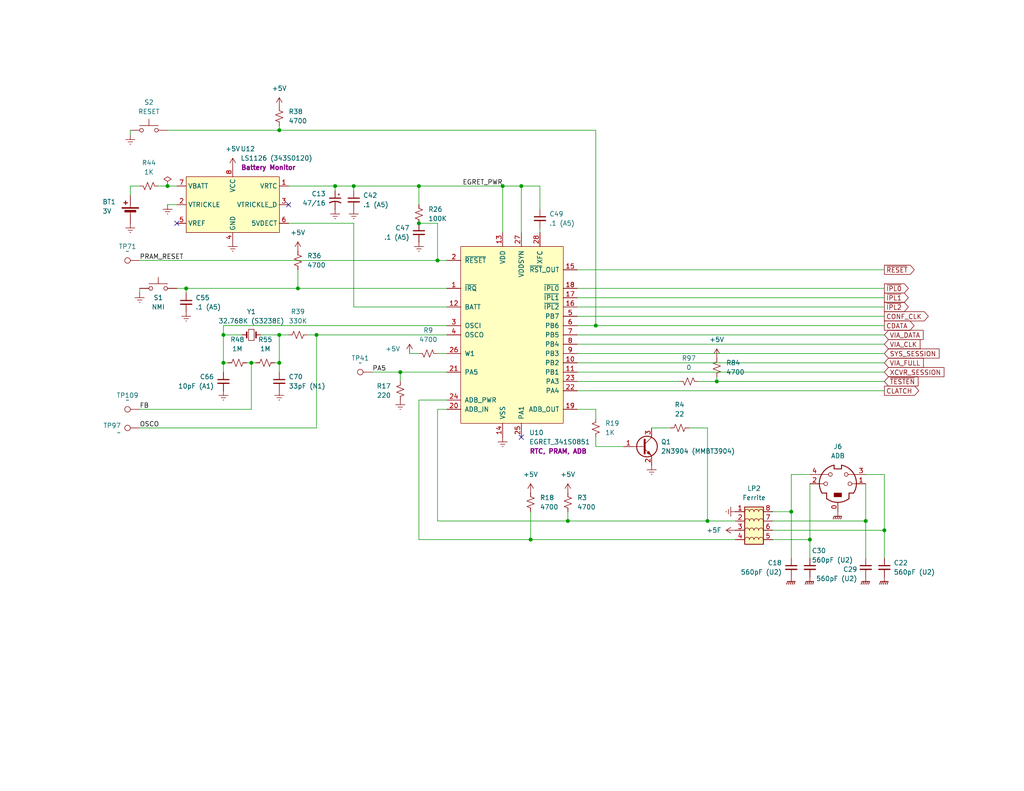
<source format=kicad_sch>
(kicad_sch (version 20250114) (generator "eeschema") (generator_version "9.0")
  (paper "USLetter")
  (title_block (title "Macintosh Classic II Revision B") (date "2025-06-04") (company "Apple Computer") (comment 1 "drawn by Bradley Bell"))
  (lib_symbols
    (symbol "AppleASIC:EGRET_341S0851" (pin_names (offset 1.016))
      (property "Reference" "U" (at -14.224 25.4 0))
      (property "Value" "EGRET_341S0851" (at -14.224 22.86 0))
      (symbol "EGRET_341S0851_1_1"
        (rectangle (start -13.97 21.59) (end 13.97 -26.67) (fill (type background)))
        (pin input line (at -17.78 17.78 0) (length 3.81) (name "~{RESET}") (number "2"))
        (pin input line (at -17.78 10.16 0) (length 3.81) (name "~{IRQ}") (number "1"))
        (pin input line (at -17.78 5.08 0) (length 3.81) (name "BATT") (number "12"))
        (pin passive line (at -17.78 0 0) (length 3.81) (name "OSCI") (number "3"))
        (pin passive line (at -17.78 -2.54 0) (length 3.81) (name "OSCO") (number "4"))
        (pin input line (at -17.78 -7.62 0) (length 3.81) (name "W1") (number "26"))
        (pin input line (at -17.78 -12.7 0) (length 3.81) (name "PA5") (number "21"))
        (pin input line (at -17.78 -20.32 0) (length 3.81) (name "ADB_PWR") (number "24"))
        (pin input line (at -17.78 -22.86 0) (length 3.81) (name "ADB_IN") (number "20"))
        (pin power_in line (at -2.54 25.4 270) (length 3.81) (name "VDD") (number "13"))
        (pin power_in line (at -2.54 -30.48 90) (length 3.81) (name "VSS") (number "14"))
        (pin power_in line (at 2.54 25.4 270) (length 3.81) (name "VDDSYN") (number "27"))
        (pin bidirectional line (at 2.54 -30.48 90) (length 3.81) (name "PA1") (number "25"))
        (pin passive line (at 7.62 25.4 270) (length 3.81) (name "XFC") (number "28"))
        (pin output line (at 17.78 15.24 180) (length 3.81) (name "~{RST}_OUT") (number "15"))
        (pin open_collector line (at 17.78 10.16 180) (length 3.81) (name "~{IPL0}") (number "18"))
        (pin open_collector line (at 17.78 7.62 180) (length 3.81) (name "~{IPL1}") (number "17"))
        (pin open_collector line (at 17.78 5.08 180) (length 3.81) (name "~{IPL2}") (number "16"))
        (pin bidirectional line (at 17.78 2.54 180) (length 3.81) (name "PB7") (number "5"))
        (pin bidirectional line (at 17.78 0 180) (length 3.81) (name "PB6") (number "6"))
        (pin bidirectional line (at 17.78 -2.54 180) (length 3.81) (name "PB5") (number "7"))
        (pin bidirectional line (at 17.78 -5.08 180) (length 3.81) (name "PB4") (number "8"))
        (pin bidirectional line (at 17.78 -7.62 180) (length 3.81) (name "PB3") (number "9"))
        (pin bidirectional line (at 17.78 -10.16 180) (length 3.81) (name "PB2") (number "10"))
        (pin bidirectional line (at 17.78 -12.7 180) (length 3.81) (name "PB1") (number "11"))
        (pin bidirectional line (at 17.78 -15.24 180) (length 3.81) (name "PA3") (number "23"))
        (pin bidirectional line (at 17.78 -17.78 180) (length 3.81) (name "PA4") (number "22"))
        (pin output line (at 17.78 -22.86 180) (length 3.81) (name "ADB_OUT") (number "19"))
      )
    )
    (symbol "AppleASIC:LS1126_343S0120"
      (property "Reference" "U" (at 30.988 5.08 0))
      (symbol "LS1126_343S0120_0_0"
        (pin power_in line (at 0 10.16 270) (length 2.54) (name "VCC") (number "8"))
        (pin power_in line (at 0 -10.16 90) (length 2.54) (name "GND") (number "4"))
      )
      (symbol "LS1126_343S0120_1_0"
        (pin power_in line (at -15.24 5.08 0) (length 2.54) (name "VBATT") (number "7"))
        (pin input line (at -15.24 0 0) (length 2.54) (name "VTRICKLE") (number "2"))
        (pin input line (at -15.24 -5.08 0) (length 2.54) (name "VREF") (number "5"))
        (pin power_out line (at 15.24 5.08 180) (length 2.54) (name "VRTC") (number "1"))
        (pin output line (at 15.24 0 180) (length 2.54) (name "VTRICKLE_D") (number "3"))
        (pin output line (at 15.24 -5.08 180) (length 2.54) (name "5VDECT") (number "6"))
      )
      (symbol "LS1126_343S0120_1_1"
        (rectangle (start -12.7 7.62) (end 12.7 -7.62) (fill (type background)))
      )
    )
    (symbol "Connector:TestPoint" (pin_numbers (hide yes)) (pin_names (offset 0.762) (hide yes))
      (property "Reference" "TP" (at 0 6.858 0))
      (property "Value" "TestPoint" (at 0 5.08 0))
      (symbol "TestPoint_0_1"
        (circle (center 0 3.302) (radius 0.762))
      )
      (symbol "TestPoint_1_1"
        (pin passive line (at 0 0 90) (length 2.54) (name "1") (number "1"))
      )
    )
    (symbol "Device:Battery_Cell" (pin_numbers (hide yes)) (pin_names (offset 0) (hide yes))
      (property "Reference" "BT" (at 2.54 2.54 0))
      (property "Value" "Battery_Cell" (at 2.54 0 0))
      (symbol "Battery_Cell_0_1"
        (rectangle (start -2.286 1.778) (end 2.286 1.524) (fill (type outline)))
        (rectangle (start -1.524 1.016) (end 1.524 0.508) (fill (type outline)))
        (polyline (pts (xy 0 1.778) (xy 0 2.54)))
        (polyline (pts (xy 0 0.762) (xy 0 0)))
        (polyline (pts (xy 0.762 3.048) (xy 1.778 3.048)) (stroke (width 0.254)))
        (polyline (pts (xy 1.27 3.556) (xy 1.27 2.54)) (stroke (width 0.254)))
      )
      (symbol "Battery_Cell_1_1"
        (pin passive line (at 0 5.08 270) (length 2.54) (name "+") (number "1"))
        (pin passive line (at 0 -2.54 90) (length 2.54) (name "-") (number "2"))
      )
    )
    (symbol "Device:C_Polarized_Small_US" (pin_numbers (hide yes)) (pin_names (offset 0.254) (hide yes))
      (property "Reference" "C" (at 0.254 1.778 0))
      (property "Value" "C_Polarized_Small_US" (at 0.254 -2.032 0))
      (symbol "C_Polarized_Small_US_0_1"
        (polyline (pts (xy -1.524 0.508) (xy 1.524 0.508)) (stroke (width 0.3048)))
        (polyline (pts (xy -1.27 1.524) (xy -0.762 1.524)))
        (polyline (pts (xy -1.016 1.27) (xy -1.016 1.778)))
        (arc (start -1.524 -0.762) (mid 0 -0.3734) (end 1.524 -0.762) (stroke (width 0.3048)))
      )
      (symbol "C_Polarized_Small_US_1_1"
        (pin passive line (at 0 2.54 270) (length 2.032) (name "~") (number "1"))
        (pin passive line (at 0 -2.54 90) (length 2.032) (name "~") (number "2"))
      )
    )
    (symbol "Device:C_Small" (pin_numbers (hide yes)) (pin_names (offset 0.254) (hide yes))
      (property "Reference" "C" (at 0.254 1.778 0))
      (property "Value" "C_Small" (at 0.254 -2.032 0))
      (symbol "C_Small_0_1"
        (polyline (pts (xy -1.524 0.508) (xy 1.524 0.508)) (stroke (width 0.3048)))
        (polyline (pts (xy -1.524 -0.508) (xy 1.524 -0.508)) (stroke (width 0.3302)))
      )
      (symbol "C_Small_1_1"
        (pin passive line (at 0 2.54 270) (length 2.032) (name "~") (number "1"))
        (pin passive line (at 0 -2.54 90) (length 2.032) (name "~") (number "2"))
      )
    )
    (symbol "Device:Crystal_Small" (pin_numbers (hide yes)) (pin_names (offset 1.016) (hide yes))
      (property "Reference" "Y" (at 0 2.54 0))
      (property "Value" "Crystal_Small" (at 0 -2.54 0))
      (symbol "Crystal_Small_0_1"
        (polyline (pts (xy -1.27 -0.762) (xy -1.27 0.762)) (stroke (width 0.381)))
        (rectangle (start -0.762 -1.524) (end 0.762 1.524))
        (polyline (pts (xy 1.27 -0.762) (xy 1.27 0.762)) (stroke (width 0.381)))
      )
      (symbol "Crystal_Small_1_1"
        (pin passive line (at -2.54 0 0) (length 1.27) (name "1") (number "1"))
        (pin passive line (at 2.54 0 180) (length 1.27) (name "2") (number "2"))
      )
    )
    (symbol "Device:L_Pack04"
      (property "Reference" "LN" (at -7.62 0 90))
      (property "Value" "L_Pack04" (at 5.08 0 90))
      (symbol "L_Pack04_0_1"
        (rectangle (start -6.35 2.54) (end 3.81 -2.54) (stroke (width 0.254)) (fill (type background)))
      )
      (symbol "L_Pack04_1_1"
        (arc (start -5.08 1.27) (mid -5.7123 1.905) (end -5.08 2.54))
        (arc (start -5.08 0) (mid -5.7123 0.635) (end -5.08 1.27))
        (arc (start -5.08 -1.27) (mid -5.7123 -0.635) (end -5.08 0))
        (arc (start -5.08 -2.54) (mid -5.7123 -1.905) (end -5.08 -1.27))
        (arc (start -2.54 1.27) (mid -3.1723 1.905) (end -2.54 2.54))
        (arc (start -2.54 0) (mid -3.1723 0.635) (end -2.54 1.27))
        (arc (start -2.54 -1.27) (mid -3.1723 -0.635) (end -2.54 0))
        (arc (start -2.54 -2.54) (mid -3.1723 -1.905) (end -2.54 -1.27))
        (arc (start 0 1.27) (mid -0.6323 1.905) (end 0 2.54))
        (arc (start 0 0) (mid -0.6323 0.635) (end 0 1.27))
        (arc (start 0 -1.27) (mid -0.6323 -0.635) (end 0 0))
        (arc (start 0 -2.54) (mid -0.6323 -1.905) (end 0 -1.27))
        (arc (start 2.54 1.27) (mid 1.9077 1.905) (end 2.54 2.54))
        (arc (start 2.54 0) (mid 1.9077 0.635) (end 2.54 1.27))
        (arc (start 2.54 -1.27) (mid 1.9077 -0.635) (end 2.54 0))
        (arc (start 2.54 -2.54) (mid 1.9077 -1.905) (end 2.54 -1.27))
        (pin passive line (at -5.08 5.08 270) (length 2.54) (name "~") (number "8"))
        (pin passive line (at -5.08 -5.08 90) (length 2.54) (name "~") (number "1"))
        (pin passive line (at -2.54 5.08 270) (length 2.54) (name "~") (number "7"))
        (pin passive line (at -2.54 -5.08 90) (length 2.54) (name "~") (number "2"))
        (pin passive line (at 0 5.08 270) (length 2.54) (name "~") (number "6"))
        (pin passive line (at 0 -5.08 90) (length 2.54) (name "~") (number "3"))
        (pin passive line (at 2.54 5.08 270) (length 2.54) (name "~") (number "5"))
        (pin passive line (at 2.54 -5.08 90) (length 2.54) (name "~") (number "4"))
      )
    )
    (symbol "Device:R_Small_US" (pin_numbers (hide yes)) (pin_names (offset 0.254) (hide yes))
      (property "Reference" "R" (at 0.762 0.508 0))
      (property "Value" "R_Small_US" (at 0.762 -1.016 0))
      (symbol "R_Small_US_1_1"
        (polyline (pts (xy 0 1.524) (xy 1.016 1.143) (xy 0 0.762) (xy -1.016 0.381) (xy 0 0)))
        (polyline (pts (xy 0 0) (xy 1.016 -0.381) (xy 0 -0.762) (xy -1.016 -1.143) (xy 0 -1.524)))
        (pin passive line (at 0 2.54 270) (length 1.016) (name "~") (number "1"))
        (pin passive line (at 0 -2.54 90) (length 1.016) (name "~") (number "2"))
      )
    )
    (symbol "MyConnector:Mini-DIN-4_MountingHole" (pin_names (offset 1.016))
      (property "Reference" "J" (at 0 6.35 0))
      (property "Value" "Mini-DIN-4_MountingHole" (at 0 -6.35 0))
      (symbol "Mini-DIN-4_MountingHole_0_1"
        (polyline (pts (xy -4.318 -2.54) (xy -3.048 -2.54) (xy -3.048 -4.064)) (stroke (width 0.254)))
        (polyline (pts (xy -3.81 0) (xy -5.08 0)))
        (circle (center -3.302 0) (radius 0.508))
        (polyline (pts (xy -2.54 2.54) (xy -5.08 2.54)))
        (circle (center -2.032 2.54) (radius 0.508))
        (polyline (pts (xy -1.016 5.08) (xy -1.016 4.064) (xy 1.016 4.064) (xy 1.016 5.08)) (stroke (width 0.254)))
        (rectangle (start -1.016 -2.54) (end 1.016 -3.556) (fill (type outline)))
        (arc (start 3.048 -4.064) (mid 0 -5.08) (end -3.048 -4.064) (stroke (width 0.254)))
        (arc (start 1.016 5.08) (mid 4.6646 2.1356) (end 4.318 -2.54) (stroke (width 0.254)))
        (arc (start -4.318 -2.54) (mid -4.6241 2.1181) (end -1.016 5.08) (stroke (width 0.254)))
        (circle (center 2.286 2.54) (radius 0.508))
        (polyline (pts (xy 2.794 2.54) (xy 5.08 2.54)))
        (circle (center 3.302 0) (radius 0.508))
        (polyline (pts (xy 4.318 -2.54) (xy 3.048 -2.54) (xy 3.048 -4.064)) (stroke (width 0.254)))
        (polyline (pts (xy 5.08 0) (xy 3.81 0)))
      )
      (symbol "Mini-DIN-4_MountingHole_1_1"
        (pin passive line (at -7.62 2.54 0) (length 2.54) (name "~") (number "4"))
        (pin passive line (at -7.62 0 0) (length 2.54) (name "~") (number "2"))
        (pin passive line (at 0 -7.62 90) (length 2.54) (name "~") (number "0"))
        (pin passive line (at 7.62 2.54 180) (length 2.54) (name "~") (number "3"))
        (pin passive line (at 7.62 0 180) (length 2.54) (name "~") (number "1"))
      )
    )
    (symbol "Switch:SW_Push" (pin_numbers (hide yes)) (pin_names (offset 1.016) (hide yes))
      (property "Reference" "SW" (at 1.27 2.54 0))
      (property "Value" "SW_Push" (at 0 -1.524 0))
      (symbol "SW_Push_0_1"
        (circle (center -2.032 0) (radius 0.508))
        (polyline (pts (xy 0 1.27) (xy 0 3.048)))
        (circle (center 2.032 0) (radius 0.508))
        (polyline (pts (xy 2.54 1.27) (xy -2.54 1.27)))
        (pin passive line (at -5.08 0 0) (length 2.54) (name "1") (number "1"))
        (pin passive line (at 5.08 0 180) (length 2.54) (name "2") (number "2"))
      )
    )
    (symbol "Transistor_BJT:MMBT3904" (pin_names (offset 0) (hide yes))
      (property "Reference" "Q" (at 5.08 1.905 0))
      (property "Value" "MMBT3904" (at 5.08 0 0))
      (symbol "MMBT3904_0_1"
        (polyline (pts (xy -2.54 0) (xy 0.635 0)))
        (polyline (pts (xy 0.635 1.905) (xy 0.635 -1.905)) (stroke (width 0.508)))
        (circle (center 1.27 0) (radius 2.8194) (stroke (width 0.254)))
      )
      (symbol "MMBT3904_1_1"
        (polyline (pts (xy 0.635 0.635) (xy 2.54 2.54)))
        (polyline (pts (xy 0.635 -0.635) (xy 2.54 -2.54)))
        (polyline (pts (xy 1.27 -1.778) (xy 1.778 -1.27) (xy 2.286 -2.286) (xy 1.27 -1.778)) (fill (type outline)))
        (pin input line (at -5.08 0 0) (length 2.54) (name "B") (number "1"))
        (pin passive line (at 2.54 5.08 270) (length 2.54) (name "C") (number "3"))
        (pin passive line (at 2.54 -5.08 90) (length 2.54) (name "E") (number "2"))
      )
    )
    (symbol "power:+5F" (power) (pin_numbers (hide yes)) (pin_names (offset 0) (hide yes))
      (property "Value" "+5F" (at 0 3.556 0))
      (symbol "+5F_0_1"
        (polyline (pts (xy -0.762 1.27) (xy 0 2.54)))
        (polyline (pts (xy 0 2.54) (xy 0.762 1.27)))
        (polyline (pts (xy 0 0) (xy 0 2.54)))
      )
      (symbol "+5F_1_1"
        (pin power_in line (at 0 0 90) (length 0) (name "~") (number "1"))
      )
    )
    (symbol "power:+5V" (power) (pin_numbers (hide yes)) (pin_names (offset 0) (hide yes))
      (property "Value" "+5V" (at 0 3.556 0))
      (symbol "+5V_0_1"
        (polyline (pts (xy -0.762 1.27) (xy 0 2.54)))
        (polyline (pts (xy 0 2.54) (xy 0.762 1.27)))
        (polyline (pts (xy 0 0) (xy 0 2.54)))
      )
      (symbol "+5V_1_1"
        (pin power_in line (at 0 0 90) (length 0) (name "~") (number "1"))
      )
    )
    (symbol "power:GNDPWR" (power) (pin_numbers (hide yes)) (pin_names (offset 0) (hide yes))
      (property "Value" "GNDPWR" (at 0 -3.302 0))
      (symbol "GNDPWR_0_1"
        (polyline (pts (xy -1.016 -1.27) (xy -1.27 -2.032) (xy -1.27 -2.032)) (stroke (width 0.2032)))
        (polyline (pts (xy -0.508 -1.27) (xy -0.762 -2.032) (xy -0.762 -2.032)) (stroke (width 0.2032)))
        (polyline (pts (xy 0 -1.27) (xy 0 0)))
        (polyline (pts (xy 0 -1.27) (xy -0.254 -2.032) (xy -0.254 -2.032)) (stroke (width 0.2032)))
        (polyline (pts (xy 0.508 -1.27) (xy 0.254 -2.032) (xy 0.254 -2.032)) (stroke (width 0.2032)))
        (polyline (pts (xy 1.016 -1.27) (xy -1.016 -1.27) (xy -1.016 -1.27)) (stroke (width 0.2032)))
        (polyline (pts (xy 1.016 -1.27) (xy 0.762 -2.032) (xy 0.762 -2.032) (xy 0.762 -2.032)) (stroke (width 0.2032)))
      )
      (symbol "GNDPWR_1_1"
        (pin power_in line (at 0 0 270) (length 0) (name "~") (number "1"))
      )
    )
    (symbol "power:GNDREF" (power) (pin_numbers (hide yes)) (pin_names (offset 0) (hide yes))
      (property "Value" "GNDREF" (at 0 -3.81 0))
      (symbol "GNDREF_0_1"
        (polyline (pts (xy -0.635 -1.905) (xy 0.635 -1.905)))
        (polyline (pts (xy -0.127 -2.54) (xy 0.127 -2.54)))
        (polyline (pts (xy 0 -1.27) (xy 0 0)))
        (polyline (pts (xy 1.27 -1.27) (xy -1.27 -1.27)))
      )
      (symbol "GNDREF_1_1"
        (pin power_in line (at 0 0 270) (length 0) (name "~") (number "1"))
      )
    )
    (symbol "power:PWR_FLAG" (power) (pin_numbers (hide yes)) (pin_names (offset 0) (hide yes))
      (property "Value" "PWR_FLAG" (at 0 3.81 0))
      (symbol "PWR_FLAG_0_0"
        (pin power_out line (at 0 0 90) (length 0) (name "~") (number "1"))
      )
      (symbol "PWR_FLAG_0_1"
        (polyline (pts (xy 0 0) (xy 0 1.27) (xy -1.016 1.905) (xy 0 2.54) (xy 1.016 1.905) (xy 0 1.27)))
      )
    )
  )
  (junction (at 45.72 50.8))
  (junction (at 137.16 50.8))
  (junction (at 220.98 147.32))
  (junction (at 96.52 50.8))
  (junction (at 109.22 101.6))
  (junction (at 76.2 35.56))
  (junction (at 114.3 60.96))
  (junction (at 241.3 144.78))
  (junction (at 76.2 91.44))
  (junction (at 119.38 71.12))
  (junction (at 60.96 91.44))
  (junction (at 81.28 78.74))
  (junction (at 114.3 50.8))
  (junction (at 68.58 99.06))
  (junction (at 193.04 142.24))
  (junction (at 86.36 91.44))
  (junction (at 142.24 50.8))
  (junction (at 236.22 142.24))
  (junction (at 154.94 142.24))
  (junction (at 60.96 99.06))
  (junction (at 162.56 88.9))
  (junction (at 195.58 104.14))
  (junction (at 215.9 139.7))
  (junction (at 50.8 78.74))
  (junction (at 144.78 147.32))
  (junction (at 91.44 50.8))
  (junction (at 76.2 99.06))
  (no_connect (at 78.74 55.88))
  (no_connect (at 142.24 119.38))
  (no_connect (at 48.26 60.96))
  (wire (pts (xy 241.3 144.78) (xy 241.3 129.54)))
  (wire (pts (xy 162.56 88.9) (xy 162.56 35.56)))
  (wire (pts (xy 162.56 88.9) (xy 241.3 88.9)))
  (wire (pts (xy 119.38 142.24) (xy 154.94 142.24)))
  (wire (pts (xy 96.52 60.96) (xy 78.74 60.96)))
  (wire (pts (xy 193.04 116.84) (xy 193.04 142.24)))
  (wire (pts (xy 215.9 129.54) (xy 215.9 139.7)))
  (wire (pts (xy 236.22 152.4) (xy 236.22 142.24)))
  (wire (pts (xy 119.38 142.24) (xy 119.38 111.76)))
  (wire (pts (xy 215.9 129.54) (xy 220.98 129.54)))
  (wire (pts (xy 193.04 142.24) (xy 200.66 142.24)))
  (wire (pts (xy 114.3 147.32) (xy 114.3 109.22)))
  (wire (pts (xy 81.28 73.66) (xy 81.28 78.74)))
  (wire (pts (xy 76.2 101.6) (xy 76.2 99.06)))
  (wire (pts (xy 215.9 152.4) (xy 215.9 139.7)))
  (wire (pts (xy 162.56 111.76) (xy 162.56 114.3)))
  (wire (pts (xy 96.52 52.07) (xy 96.52 50.8)))
  (wire (pts (xy 60.96 91.44) (xy 66.04 91.44)))
  (wire (pts (xy 241.3 129.54) (xy 236.22 129.54)))
  (wire (pts (xy 74.93 99.06) (xy 76.2 99.06)))
  (wire (pts (xy 109.22 101.6) (xy 121.92 101.6)))
  (wire (pts (xy 45.72 35.56) (xy 76.2 35.56)))
  (wire (pts (xy 86.36 116.84) (xy 86.36 91.44)))
  (wire (pts (xy 195.58 104.14) (xy 190.5 104.14)))
  (wire (pts (xy 241.3 144.78) (xy 241.3 152.4)))
  (wire (pts (xy 45.72 50.8) (xy 48.26 50.8)))
  (wire (pts (xy 43.18 50.8) (xy 45.72 50.8)))
  (wire (pts (xy 60.96 99.06) (xy 60.96 91.44)))
  (wire (pts (xy 210.82 139.7) (xy 215.9 139.7)))
  (wire (pts (xy 114.3 147.32) (xy 144.78 147.32)))
  (wire (pts (xy 60.96 99.06) (xy 62.23 99.06)))
  (wire (pts (xy 157.48 83.82) (xy 241.3 83.82)))
  (wire (pts (xy 241.3 86.36) (xy 157.48 86.36)))
  (wire (pts (xy 60.96 101.6) (xy 60.96 99.06)))
  (wire (pts (xy 241.3 104.14) (xy 195.58 104.14)))
  (wire (pts (xy 241.3 106.68) (xy 157.48 106.68)))
  (wire (pts (xy 83.82 91.44) (xy 86.36 91.44)))
  (wire (pts (xy 35.56 50.8) (xy 38.1 50.8)))
  (wire (pts (xy 210.82 142.24) (xy 236.22 142.24)))
  (wire (pts (xy 195.58 102.87) (xy 195.58 104.14)))
  (wire (pts (xy 119.38 96.52) (xy 121.92 96.52)))
  (wire (pts (xy 144.78 139.7) (xy 144.78 147.32)))
  (wire (pts (xy 162.56 119.38) (xy 162.56 121.92)))
  (wire (pts (xy 76.2 91.44) (xy 78.74 91.44)))
  (wire (pts (xy 76.2 34.29) (xy 76.2 35.56)))
  (wire (pts (xy 76.2 99.06) (xy 76.2 91.44)))
  (wire (pts (xy 154.94 142.24) (xy 193.04 142.24)))
  (wire (pts (xy 35.56 53.34) (xy 35.56 50.8)))
  (wire (pts (xy 68.58 111.76) (xy 38.1 111.76)))
  (wire (pts (xy 96.52 83.82) (xy 121.92 83.82)))
  (wire (pts (xy 210.82 144.78) (xy 241.3 144.78)))
  (wire (pts (xy 147.32 62.23) (xy 147.32 63.5)))
  (wire (pts (xy 241.3 99.06) (xy 157.48 99.06)))
  (wire (pts (xy 101.6 101.6) (xy 109.22 101.6)))
  (wire (pts (xy 241.3 101.6) (xy 157.48 101.6)))
  (wire (pts (xy 50.8 78.74) (xy 81.28 78.74)))
  (wire (pts (xy 162.56 121.92) (xy 170.18 121.92)))
  (wire (pts (xy 241.3 73.66) (xy 157.48 73.66)))
  (wire (pts (xy 109.22 104.14) (xy 109.22 101.6)))
  (wire (pts (xy 157.48 81.28) (xy 241.3 81.28)))
  (wire (pts (xy 114.3 50.8) (xy 137.16 50.8)))
  (wire (pts (xy 114.3 50.8) (xy 114.3 55.88)))
  (wire (pts (xy 45.72 55.88) (xy 48.26 55.88)))
  (wire (pts (xy 68.58 99.06) (xy 68.58 111.76)))
  (wire (pts (xy 86.36 91.44) (xy 121.92 91.44)))
  (wire (pts (xy 193.04 116.84) (xy 187.96 116.84)))
  (wire (pts (xy 220.98 147.32) (xy 220.98 152.4)))
  (wire (pts (xy 154.94 142.24) (xy 154.94 139.7)))
  (wire (pts (xy 50.8 80.01) (xy 50.8 78.74)))
  (wire (pts (xy 50.8 78.74) (xy 48.26 78.74)))
  (wire (pts (xy 119.38 111.76) (xy 121.92 111.76)))
  (wire (pts (xy 144.78 147.32) (xy 200.66 147.32)))
  (wire (pts (xy 236.22 132.08) (xy 236.22 142.24)))
  (wire (pts (xy 142.24 50.8) (xy 147.32 50.8)))
  (wire (pts (xy 220.98 132.08) (xy 220.98 147.32)))
  (wire (pts (xy 185.42 104.14) (xy 157.48 104.14)))
  (wire (pts (xy 119.38 60.96) (xy 119.38 71.12)))
  (wire (pts (xy 76.2 35.56) (xy 162.56 35.56)))
  (wire (pts (xy 157.48 88.9) (xy 162.56 88.9)))
  (wire (pts (xy 114.3 60.96) (xy 119.38 60.96)))
  (wire (pts (xy 81.28 78.74) (xy 121.92 78.74)))
  (wire (pts (xy 162.56 111.76) (xy 157.48 111.76)))
  (wire (pts (xy 35.56 36.83) (xy 35.56 35.56)))
  (wire (pts (xy 241.3 93.98) (xy 157.48 93.98)))
  (wire (pts (xy 111.76 96.52) (xy 114.3 96.52)))
  (wire (pts (xy 91.44 50.8) (xy 96.52 50.8)))
  (wire (pts (xy 137.16 50.8) (xy 137.16 63.5)))
  (wire (pts (xy 78.74 50.8) (xy 91.44 50.8)))
  (wire (pts (xy 241.3 96.52) (xy 157.48 96.52)))
  (wire (pts (xy 68.58 99.06) (xy 69.85 99.06)))
  (wire (pts (xy 60.96 88.9) (xy 121.92 88.9)))
  (wire (pts (xy 67.31 99.06) (xy 68.58 99.06)))
  (wire (pts (xy 86.36 116.84) (xy 38.1 116.84)))
  (wire (pts (xy 137.16 50.8) (xy 142.24 50.8)))
  (wire (pts (xy 38.1 71.12) (xy 119.38 71.12)))
  (wire (pts (xy 157.48 78.74) (xy 241.3 78.74)))
  (wire (pts (xy 60.96 91.44) (xy 60.96 88.9)))
  (wire (pts (xy 241.3 91.44) (xy 157.48 91.44)))
  (wire (pts (xy 119.38 71.12) (xy 121.92 71.12)))
  (wire (pts (xy 182.88 116.84) (xy 177.8 116.84)))
  (wire (pts (xy 142.24 50.8) (xy 142.24 63.5)))
  (wire (pts (xy 147.32 50.8) (xy 147.32 57.15)))
  (wire (pts (xy 76.2 91.44) (xy 71.12 91.44)))
  (wire (pts (xy 96.52 50.8) (xy 114.3 50.8)))
  (wire (pts (xy 210.82 147.32) (xy 220.98 147.32)))
  (wire (pts (xy 114.3 109.22) (xy 121.92 109.22)))
  (wire (pts (xy 38.1 78.74) (xy 38.1 80.01)))
  (wire (pts (xy 96.52 83.82) (xy 96.52 60.96)))
  (wire (pts (xy 91.44 52.07) (xy 91.44 50.8)))
  (label "OSCO" (at 38.1 116.84 0))
  (label "EGRET_PWR" (at 137.16 50.8 180))
  (label "PRAM_RESET" (at 38.1 71.12 0))
  (label "PA5" (at 101.6 101.6 0))
  (label "FB" (at 38.1 111.76 0))
  (global_label "VIA_FULL" (shape input) (at 241.3 99.06 0) (property "Intersheetrefs" "${INTERSHEET_REFS}" (at 252.5101 99.06 0) (effects (justify left))))
  (global_label "CDATA" (shape output) (at 241.3 88.9 0) (property "Intersheetrefs" "${INTERSHEET_REFS}" (at 249.97 88.9 0) (effects (justify left))))
  (global_label "XCVR_SESSION" (shape input) (at 241.3 101.6 0) (property "Intersheetrefs" "${INTERSHEET_REFS}" (at 258.1342 101.6 0) (effects (justify left))))
  (global_label "~{IPL0}" (shape output) (at 241.3 78.74 0) (property "Intersheetrefs" "${INTERSHEET_REFS}" (at 248.3976 78.74 0) (effects (justify left))))
  (global_label "~{IPL2}" (shape output) (at 241.3 83.82 0) (property "Intersheetrefs" "${INTERSHEET_REFS}" (at 248.3976 83.82 0) (effects (justify left))))
  (global_label "SYS_SESSION" (shape input) (at 241.3 96.52 0) (property "Intersheetrefs" "${INTERSHEET_REFS}" (at 256.8037 96.52 0) (effects (justify left))))
  (global_label "~{TESTEN}" (shape input) (at 241.3 104.14 0) (property "Intersheetrefs" "${INTERSHEET_REFS}" (at 255.3522 104.14 0) (effects (justify left))))
  (global_label "CONF_CLK" (shape output) (at 241.3 86.36 0) (property "Intersheetrefs" "${INTERSHEET_REFS}" (at 253.8405 86.36 0) (effects (justify left))))
  (global_label "CLATCH" (shape output) (at 241.3 106.68 0) (property "Intersheetrefs" "${INTERSHEET_REFS}" (at 251.24 106.68 0) (effects (justify left))))
  (global_label "VIA_DATA" (shape input) (at 241.3 91.44 0) (property "Intersheetrefs" "${INTERSHEET_REFS}" (at 252.4496 91.44 0) (effects (justify left))))
  (global_label "~{IPL1}" (shape output) (at 241.3 81.28 0) (property "Intersheetrefs" "${INTERSHEET_REFS}" (at 248.3976 81.28 0) (effects (justify left))))
  (global_label "VIA_CLK" (shape input) (at 241.3 93.98 0) (property "Intersheetrefs" "${INTERSHEET_REFS}" (at 251.6029 93.98 0) (effects (justify left))))
  (global_label "~{RESET}" (shape output) (at 241.3 73.66 0) (property "Intersheetrefs" "${INTERSHEET_REFS}" (at 250.0303 73.66 0) (effects (justify left))))
  (symbol (lib_id "Connector:TestPoint") (at 101.6 101.6 90) (mirror x) (unit 1)
    (property "Reference" "TP41" (at 98.298 97.79 90))
    (property "Value" "~" (at 98.298 99.06 90))
    (property "Footprint" "MyPackage:TestPoint_THTPad_D1.0mm_Drill0.5mm" (effects (hide yes)))
    (property "Description" "test point" (effects (hide yes)))
  )
  (symbol (lib_id "Device:C_Small") (at 220.98 154.94 0) (mirror y) (unit 1)
    (property "Reference" "C30" (at 221.488 150.368 0) (effects (justify right)))
    (property "Value" "560pF (U2)" (at 221.488 152.908 0) (effects (justify right)))
    (property "Footprint" "MyPackage:SMD_0603_1608Metric_Pad1.52x1.02mm" (effects (hide yes)))
    (property "Description" "Unpolarized capacitor, small symbol" (effects (hide yes)))
  )
  (symbol (lib_id "Device:R_Small_US") (at 40.64 50.8 90) (mirror x) (unit 1)
    (property "Reference" "R44" (at 40.64 44.45 90))
    (property "Value" "1K" (at 40.64 46.99 90))
    (property "Footprint" "MyPackage:SMD_0805_2012Metric_Pad1.25x1.65mm" (effects (hide yes)))
    (property "Description" "Resistor, small US symbol" (effects (hide yes)))
  )
  (symbol (lib_id "power:GNDREF") (at 76.2 106.68 0) (unit 1)
    (property "Reference" "#PWR09" (effects (hide yes)))
    (property "Value" "GND" (effects (hide yes)))
    (property "Description" "Power symbol creates a global label with name \"GNDREF\" , reference supply ground" (effects (hide yes)))
  )
  (symbol (lib_id "Device:L_Pack04") (at 205.74 144.78 270) (unit 1)
    (property "Reference" "LP2" (at 205.74 133.35 90))
    (property "Value" "Ferrite" (at 205.74 135.89 90))
    (property "Footprint" "MyPackage:L_Pack04_P2.54mm" (effects (hide yes)))
    (property "Description" "4 inductor network, parallel topology" (effects (hide yes)))
  )
  (symbol (lib_id "Device:R_Small_US") (at 114.3 58.42 0) (unit 1)
    (property "Reference" "R26" (at 116.84 57.1499 0) (effects (justify left)))
    (property "Value" "100K" (at 116.84 59.6899 0) (effects (justify left)))
    (property "Footprint" "MyPackage:SMD_0805_2012Metric_Pad1.25x1.65mm" (effects (hide yes)))
    (property "Description" "Resistor, small US symbol" (effects (hide yes)))
  )
  (symbol (lib_id "power:GNDREF") (at 38.1 80.01 0) (unit 1)
    (property "Reference" "#PWR01" (effects (hide yes)))
    (property "Value" "GND" (effects (hide yes)))
    (property "Description" "Power symbol creates a global label with name \"GNDREF\" , reference supply ground" (effects (hide yes)))
  )
  (symbol (lib_id "Device:C_Small") (at 50.8 82.55 0) (unit 1)
    (property "Reference" "C55" (at 53.34 81.2862 0) (effects (justify left)))
    (property "Value" ".1 (A5)" (at 53.34 83.8262 0) (effects (justify left)))
    (property "Footprint" "MyPackage:SMD_0603_1608Metric_Pad1.52x1.02mm" (effects (hide yes)))
    (property "Description" "Unpolarized capacitor, small symbol" (effects (hide yes)))
  )
  (symbol (lib_id "power:GNDREF") (at 35.56 36.83 0) (unit 1)
    (property "Reference" "#PWR08" (effects (hide yes)))
    (property "Value" "GND" (effects (hide yes)))
    (property "Description" "Power symbol creates a global label with name \"GNDREF\" , reference supply ground" (effects (hide yes)))
  )
  (symbol (lib_id "power:GNDPWR") (at 215.9 157.48 0) (unit 1)
    (property "Reference" "#PWR045" (effects (hide yes)))
    (property "Value" "GNDPWR" (effects (hide yes)))
    (property "Description" "Power symbol creates a global label with name \"GNDPWR\" , global ground" (effects (hide yes)))
  )
  (symbol (lib_id "Switch:SW_Push") (at 43.18 78.74 0) (unit 1)
    (property "Reference" "S1" (at 43.18 81.28 0))
    (property "Value" "NMI" (at 43.18 83.82 0))
    (property "Footprint" "MySwitch:SW_SPST_Omron_B3F_angled" (effects (hide yes)))
    (property "Description" "Push button switch, generic, two pins" (effects (hide yes)))
  )
  (symbol (lib_id "power:GNDPWR") (at 241.3 157.48 0) (unit 1)
    (property "Reference" "#PWR044" (effects (hide yes)))
    (property "Value" "GNDPWR" (effects (hide yes)))
    (property "Description" "Power symbol creates a global label with name \"GNDPWR\" , global ground" (effects (hide yes)))
  )
  (symbol (lib_id "power:GNDREF") (at 50.8 85.09 0) (unit 1)
    (property "Reference" "#PWR03" (effects (hide yes)))
    (property "Value" "GND" (effects (hide yes)))
    (property "Description" "Power symbol creates a global label with name \"GNDREF\" , reference supply ground" (effects (hide yes)))
  )
  (symbol (lib_id "power:GNDPWR") (at 228.6 139.7 0) (unit 1)
    (property "Reference" "#PWR0236" (effects (hide yes)))
    (property "Value" "GNDPWR" (effects (hide yes)))
    (property "Description" "Power symbol creates a global label with name \"GNDPWR\" , global ground" (effects (hide yes)))
  )
  (symbol (lib_id "power:GNDREF") (at 200.66 139.7 270) (unit 1)
    (property "Reference" "#PWR040" (effects (hide yes)))
    (property "Value" "GND" (effects (hide yes)))
    (property "Description" "Power symbol creates a global label with name \"GNDREF\" , reference supply ground" (effects (hide yes)))
  )
  (symbol (lib_id "Device:C_Small") (at 96.52 54.61 0) (unit 1)
    (property "Reference" "C42" (at 99.06 53.3462 0) (effects (justify left)))
    (property "Value" ".1 (A5)" (at 99.06 55.8862 0) (effects (justify left)))
    (property "Footprint" "MyPackage:SMD_0603_1608Metric_Pad1.52x1.02mm" (effects (hide yes)))
    (property "Description" "Unpolarized capacitor, small symbol" (effects (hide yes)))
  )
  (symbol (lib_id "power:+5V") (at 76.2 29.21 0) (unit 1)
    (property "Reference" "#PWR07" (effects (hide yes)))
    (property "Value" "+5V" (at 76.2 24.13 0))
    (property "Description" "Power symbol creates a global label with name \"+5V\"" (effects (hide yes)))
  )
  (symbol (lib_id "Device:R_Small_US") (at 162.56 116.84 0) (mirror y) (unit 1)
    (property "Reference" "R19" (at 165.1 115.5699 0) (effects (justify right)))
    (property "Value" "1K" (at 165.1 118.1099 0) (effects (justify right)))
    (property "Footprint" "MyPackage:SMD_0805_2012Metric_Pad1.25x1.65mm" (effects (hide yes)))
    (property "Description" "Resistor, small US symbol" (effects (hide yes)))
  )
  (symbol (lib_id "power:GNDPWR") (at 220.98 157.48 0) (unit 1)
    (property "Reference" "#PWR024" (effects (hide yes)))
    (property "Value" "GNDPWR" (effects (hide yes)))
    (property "Description" "Power symbol creates a global label with name \"GNDPWR\" , global ground" (effects (hide yes)))
  )
  (symbol (lib_id "Connector:TestPoint") (at 38.1 111.76 90) (mirror x) (unit 1)
    (property "Reference" "TP109" (at 34.798 107.95 90))
    (property "Value" "~" (at 34.798 109.22 90))
    (property "Footprint" "MyPackage:TestPoint_THTPad_D1.0mm_Drill0.5mm" (effects (hide yes)))
    (property "Description" "test point" (effects (hide yes)))
  )
  (symbol (lib_id "Device:R_Small_US") (at 185.42 116.84 270) (unit 1)
    (property "Reference" "R4" (at 185.42 110.49 90))
    (property "Value" "22" (at 185.42 113.03 90))
    (property "Footprint" "MyPackage:SMD_0805_2012Metric_Pad1.25x1.65mm" (effects (hide yes)))
    (property "Description" "Resistor, small US symbol" (effects (hide yes)))
  )
  (symbol (lib_id "power:GNDREF") (at 63.5 66.04 0) (mirror y) (unit 1)
    (property "Reference" "#PWR020" (effects (hide yes)))
    (property "Value" "GND" (effects (hide yes)))
    (property "Description" "Power symbol creates a global label with name \"GNDREF\" , reference supply ground" (effects (hide yes)))
  )
  (symbol (lib_id "power:GNDREF") (at 109.22 109.22 0) (mirror y) (unit 1)
    (property "Reference" "#PWR022" (effects (hide yes)))
    (property "Value" "GND" (effects (hide yes)))
    (property "Description" "Power symbol creates a global label with name \"GNDREF\" , reference supply ground" (effects (hide yes)))
  )
  (symbol (lib_id "Device:R_Small_US") (at 81.28 91.44 90) (unit 1)
    (property "Reference" "R39" (at 81.28 85.09 90))
    (property "Value" "330K" (at 81.28 87.63 90))
    (property "Footprint" "MyPackage:SMD_0805_2012Metric_Pad1.25x1.65mm" (effects (hide yes)))
    (property "Description" "Resistor, small US symbol" (effects (hide yes)))
  )
  (symbol (lib_id "AppleASIC:EGRET_341S0851") (at 139.7 88.9 0) (unit 1)
    (property "Reference" "U10" (at 144.3833 118.11 0) (effects (justify left)))
    (property "Value" "EGRET_341S0851" (at 144.3833 120.65 0) (effects (justify left)))
    (property "Footprint" "MyPackage:SOIC-28W_7.5x17.9mm_P1.27mm_oval" (effects (hide yes)))
    (property "Datasheet" "https://docs.google.com/spreadsheets/d/1yujuzgAPpG2qY7DrBIi4aJcx4fJNTLVgoEM2rfJ6tQA/edit?gid=1721700169#gid=1721700169" (effects (hide yes)))
    (property "Description" "RTC, PRAM, ADB" (at 144.3833 123.19 0) (effects (font (thickness 0.254) (bold yes)) (justify left)))
  )
  (symbol (lib_id "Device:R_Small_US") (at 154.94 137.16 0) (unit 1)
    (property "Reference" "R3" (at 157.48 135.8899 0) (effects (justify left)))
    (property "Value" "4700" (at 157.48 138.4299 0) (effects (justify left)))
    (property "Footprint" "MyPackage:SMD_0805_2012Metric_Pad1.25x1.65mm" (effects (hide yes)))
    (property "Description" "Resistor, small US symbol" (effects (hide yes)))
  )
  (symbol (lib_id "Device:C_Small") (at 76.2 104.14 0) (unit 1)
    (property "Reference" "C70" (at 78.74 102.8762 0) (effects (justify left)))
    (property "Value" "33pF (N1)" (at 78.74 105.4162 0) (effects (justify left)))
    (property "Footprint" "MyPackage:SMD_0603_1608Metric_Pad1.52x1.02mm" (effects (hide yes)))
    (property "Description" "Unpolarized capacitor, small symbol" (effects (hide yes)))
  )
  (symbol (lib_id "power:GNDREF") (at 177.8 127 0) (unit 1)
    (property "Reference" "#PWR041" (effects (hide yes)))
    (property "Value" "GND" (effects (hide yes)))
    (property "Description" "Power symbol creates a global label with name \"GNDREF\" , reference supply ground" (effects (hide yes)))
  )
  (symbol (lib_id "power:GNDREF") (at 35.56 60.96 0) (mirror y) (unit 1)
    (property "Reference" "#PWR046" (effects (hide yes)))
    (property "Value" "GND" (effects (hide yes)))
    (property "Description" "Power symbol creates a global label with name \"GNDREF\" , reference supply ground" (effects (hide yes)))
  )
  (symbol (lib_id "power:GNDPWR") (at 236.22 157.48 0) (unit 1)
    (property "Reference" "#PWR042" (effects (hide yes)))
    (property "Value" "GNDPWR" (effects (hide yes)))
    (property "Description" "Power symbol creates a global label with name \"GNDPWR\" , global ground" (effects (hide yes)))
  )
  (symbol (lib_id "Device:R_Small_US") (at 195.58 100.33 0) (mirror y) (unit 1)
    (property "Reference" "R84" (at 198.12 99.0599 0) (effects (justify right)))
    (property "Value" "4700" (at 198.12 101.5999 0) (effects (justify right)))
    (property "Footprint" "MyPackage:SMD_0805_2012Metric_Pad1.25x1.65mm" (effects (hide yes)))
    (property "Description" "Resistor, small US symbol" (effects (hide yes)))
  )
  (symbol (lib_id "Device:C_Small") (at 236.22 154.94 0) (unit 1)
    (property "Reference" "C29" (at 233.934 155.448 0) (effects (justify right)))
    (property "Value" "560pF (U2)" (at 233.934 157.988 0) (effects (justify right)))
    (property "Footprint" "MyPackage:SMD_0603_1608Metric_Pad1.52x1.02mm" (effects (hide yes)))
    (property "Description" "Unpolarized capacitor, small symbol" (effects (hide yes)))
  )
  (symbol (lib_id "power:+5V") (at 111.76 96.52 0) (mirror y) (unit 1)
    (property "Reference" "#PWR021" (effects (hide yes)))
    (property "Value" "+5V" (at 109.22 95.2499 0) (effects (justify left)))
    (property "Description" "Power symbol creates a global label with name \"+5V\"" (effects (hide yes)))
  )
  (symbol (lib_id "Device:R_Small_US") (at 72.39 99.06 90) (unit 1)
    (property "Reference" "R55" (at 72.39 92.71 90))
    (property "Value" "1M" (at 72.39 95.25 90))
    (property "Footprint" "MyPackage:SMD_0805_2012Metric_Pad1.25x1.65mm" (effects (hide yes)))
    (property "Description" "Resistor, small US symbol" (effects (hide yes)))
  )
  (symbol (lib_id "Device:C_Small") (at 114.3 63.5 0) (unit 1)
    (property "Reference" "C47" (at 111.76 62.2362 0) (effects (justify right)))
    (property "Value" ".1 (A5)" (at 111.76 64.7762 0) (effects (justify right)))
    (property "Footprint" "MyPackage:SMD_0603_1608Metric_Pad1.52x1.02mm" (effects (hide yes)))
    (property "Description" "Unpolarized capacitor, small symbol" (effects (hide yes)))
  )
  (symbol (lib_id "Device:R_Small_US") (at 187.96 104.14 90) (mirror x) (unit 1)
    (property "Reference" "R97" (at 187.96 97.79 90))
    (property "Value" "0" (at 187.96 100.33 90))
    (property "Footprint" "MyPackage:SMD_0805_2012Metric_Pad1.25x1.65mm" (effects (hide yes)))
    (property "Description" "Resistor, small US symbol" (effects (hide yes)))
  )
  (symbol (lib_id "AppleASIC:LS1126_343S0120") (at 63.5 55.88 0) (unit 1)
    (property "Reference" "U12" (at 65.6433 40.64 0) (effects (justify left)))
    (property "Value" "LS1126 (343S0120)" (at 65.6433 43.18 0) (effects (justify left)))
    (property "Footprint" "MyPackage:SOIC-8_3.9x4.9mm_P1.27mm_oval" (effects (hide yes)))
    (property "Description" "Battery Monitor" (at 65.6433 45.72 0) (effects (font (thickness 0.254) (bold yes)) (justify left)))
  )
  (symbol (lib_id "Device:Crystal_Small") (at 68.58 91.44 0) (unit 1)
    (property "Reference" "Y1" (at 68.58 85.09 0))
    (property "Value" "32.768K (S3238E)" (at 68.58 87.63 0))
    (property "Footprint" "Crystal:Crystal_AT310_D3.0mm_L10.0mm_Vertical" (effects (hide yes)))
    (property "Description" "Two pin crystal, small symbol" (effects (hide yes)))
  )
  (symbol (lib_id "power:PWR_FLAG") (at 45.72 50.8 0) (unit 1)
    (property "Reference" "#FLG01" (effects (hide yes)))
    (property "Value" "PWR_FLAG" (effects (hide yes)))
    (property "Description" "Special symbol for telling ERC where power comes from" (effects (hide yes)))
  )
  (symbol (lib_id "Device:C_Small") (at 215.9 154.94 0) (mirror y) (unit 1)
    (property "Reference" "C18" (at 213.36 153.6762 0) (effects (justify left)))
    (property "Value" "560pF (U2)" (at 213.36 156.2162 0) (effects (justify left)))
    (property "Footprint" "MyPackage:SMD_0603_1608Metric_Pad1.52x1.02mm" (effects (hide yes)))
    (property "Description" "Unpolarized capacitor, small symbol" (effects (hide yes)))
  )
  (symbol (lib_id "power:+5V") (at 63.5 45.72 0) (unit 1)
    (property "Reference" "#PWR04" (effects (hide yes)))
    (property "Value" "+5V" (at 63.5 40.64 0))
    (property "Description" "Power symbol creates a global label with name \"+5V\"" (effects (hide yes)))
  )
  (symbol (lib_id "Device:R_Small_US") (at 76.2 31.75 0) (unit 1)
    (property "Reference" "R38" (at 78.74 30.4799 0) (effects (justify left)))
    (property "Value" "4700" (at 78.74 33.0199 0) (effects (justify left)))
    (property "Footprint" "MyPackage:SMD_0805_2012Metric_Pad1.25x1.65mm" (effects (hide yes)))
    (property "Description" "Resistor, small US symbol" (effects (hide yes)))
  )
  (symbol (lib_id "power:GNDREF") (at 60.96 106.68 0) (unit 1)
    (property "Reference" "#PWR06" (effects (hide yes)))
    (property "Value" "GND" (effects (hide yes)))
    (property "Description" "Power symbol creates a global label with name \"GNDREF\" , reference supply ground" (effects (hide yes)))
  )
  (symbol (lib_id "power:GNDREF") (at 91.44 57.15 0) (unit 1)
    (property "Reference" "#PWR015" (effects (hide yes)))
    (property "Value" "GND" (effects (hide yes)))
    (property "Description" "Power symbol creates a global label with name \"GNDREF\" , reference supply ground" (effects (hide yes)))
  )
  (symbol (lib_id "Device:Battery_Cell") (at 35.56 58.42 0) (mirror y) (unit 1)
    (property "Reference" "BT1" (at 27.94 55.118 0) (effects (justify right)))
    (property "Value" "3V" (at 27.94 57.658 0) (effects (justify right)))
    (property "Footprint" "MyPackage:BatteryHolder_Keystone_108_1_2xAA" (effects (hide yes)))
    (property "Description" "Single-cell battery" (effects (hide yes)))
  )
  (symbol (lib_id "Device:C_Polarized_Small_US") (at 91.44 54.61 0) (mirror y) (unit 1)
    (property "Reference" "C13" (at 88.9 52.9081 0) (effects (justify left)))
    (property "Value" "47/16" (at 88.9 55.4481 0) (effects (justify left)))
    (property "Footprint" "MyPackage:CP_Elec_6.3x5.4" (effects (hide yes)))
    (property "Description" "Polarized capacitor, small US symbol" (effects (hide yes)))
  )
  (symbol (lib_id "Device:C_Small") (at 147.32 59.69 0) (unit 1)
    (property "Reference" "C49" (at 149.86 58.4262 0) (effects (justify left)))
    (property "Value" ".1 (A5)" (at 149.86 60.9662 0) (effects (justify left)))
    (property "Footprint" "MyPackage:SMD_0603_1608Metric_Pad1.52x1.02mm" (effects (hide yes)))
    (property "Description" "Unpolarized capacitor, small symbol" (effects (hide yes)))
  )
  (symbol (lib_id "power:+5V") (at 81.28 68.58 0) (unit 1)
    (property "Reference" "#PWR02" (effects (hide yes)))
    (property "Value" "+5V" (at 81.28 63.5 0))
    (property "Description" "Power symbol creates a global label with name \"+5V\"" (effects (hide yes)))
  )
  (symbol (lib_id "Connector:TestPoint") (at 38.1 116.84 90) (mirror x) (unit 1)
    (property "Reference" "TP97" (at 33.02 116.2049 90) (effects (justify left)))
    (property "Value" "~" (at 33.02 118.11 90) (effects (justify left)))
    (property "Footprint" "MyPackage:TestPoint_Pad_D1.0mm" (effects (hide yes)))
    (property "Description" "test point" (effects (hide yes)))
  )
  (symbol (lib_id "Device:C_Small") (at 60.96 104.14 0) (unit 1)
    (property "Reference" "C66" (at 58.42 102.8762 0) (effects (justify right)))
    (property "Value" "10pF (A1)" (at 58.42 105.4162 0) (effects (justify right)))
    (property "Footprint" "MyPackage:SMD_0603_1608Metric_Pad1.52x1.02mm" (effects (hide yes)))
    (property "Description" "Unpolarized capacitor, small symbol" (effects (hide yes)))
  )
  (symbol (lib_id "power:+5F") (at 200.66 144.78 90) (unit 1)
    (property "Reference" "#PWR0175" (effects (hide yes)))
    (property "Value" "+5F" (at 196.85 144.7799 90) (effects (justify left)))
    (property "Description" "Power symbol creates a global label with name \"+5F\"" (effects (hide yes)))
  )
  (symbol (lib_id "power:GNDREF") (at 137.16 119.38 0) (unit 1)
    (property "Reference" "#PWR013" (effects (hide yes)))
    (property "Value" "GND" (effects (hide yes)))
    (property "Description" "Power symbol creates a global label with name \"GNDREF\" , reference supply ground" (effects (hide yes)))
  )
  (symbol (lib_id "power:+5V") (at 195.58 97.79 0) (unit 1)
    (property "Reference" "#PWR057" (effects (hide yes)))
    (property "Value" "+5V" (at 195.58 92.71 0))
    (property "Description" "Power symbol creates a global label with name \"+5V\"" (effects (hide yes)))
  )
  (symbol (lib_id "Device:R_Small_US") (at 64.77 99.06 90) (unit 1)
    (property "Reference" "R48" (at 64.77 92.71 90))
    (property "Value" "1M" (at 64.77 95.25 90))
    (property "Footprint" "MyPackage:SMD_0805_2012Metric_Pad1.25x1.65mm" (effects (hide yes)))
    (property "Description" "Resistor, small US symbol" (effects (hide yes)))
  )
  (symbol (lib_id "Switch:SW_Push") (at 40.64 35.56 0) (unit 1)
    (property "Reference" "S2" (at 40.64 27.94 0))
    (property "Value" "RESET" (at 40.64 30.48 0))
    (property "Footprint" "MySwitch:SW_SPST_Omron_B3F_angled" (effects (hide yes)))
    (property "Description" "Push button switch, generic, two pins" (effects (hide yes)))
  )
  (symbol (lib_id "Device:R_Small_US") (at 144.78 137.16 0) (unit 1)
    (property "Reference" "R18" (at 147.32 135.8899 0) (effects (justify left)))
    (property "Value" "4700" (at 147.32 138.4299 0) (effects (justify left)))
    (property "Footprint" "MyPackage:SMD_0805_2012Metric_Pad1.25x1.65mm" (effects (hide yes)))
    (property "Description" "Resistor, small US symbol" (effects (hide yes)))
  )
  (symbol (lib_id "power:GNDREF") (at 45.72 55.88 0) (mirror y) (unit 1)
    (property "Reference" "#PWR019" (effects (hide yes)))
    (property "Value" "GND" (effects (hide yes)))
    (property "Description" "Power symbol creates a global label with name \"GNDREF\" , reference supply ground" (effects (hide yes)))
  )
  (symbol (lib_id "power:GNDREF") (at 96.52 57.15 0) (unit 1)
    (property "Reference" "#PWR011" (effects (hide yes)))
    (property "Value" "GND" (effects (hide yes)))
    (property "Description" "Power symbol creates a global label with name \"GNDREF\" , reference supply ground" (effects (hide yes)))
  )
  (symbol (lib_id "Connector:TestPoint") (at 38.1 71.12 90) (mirror x) (unit 1)
    (property "Reference" "TP71" (at 34.798 67.31 90))
    (property "Value" "~" (at 34.798 68.58 90))
    (property "Footprint" "MyPackage:TestPoint_THTPad_D1.0mm_Drill0.5mm" (effects (hide yes)))
    (property "Description" "test point" (effects (hide yes)))
  )
  (symbol (lib_id "Device:R_Small_US") (at 116.84 96.52 90) (mirror x) (unit 1)
    (property "Reference" "R9" (at 116.84 90.17 90))
    (property "Value" "4700" (at 116.84 92.71 90))
    (property "Footprint" "MyPackage:SMD_0805_2012Metric_Pad1.25x1.65mm" (effects (hide yes)))
    (property "Description" "Resistor, small US symbol" (effects (hide yes)))
  )
  (symbol (lib_id "Device:C_Small") (at 241.3 154.94 0) (unit 1)
    (property "Reference" "C22" (at 243.84 153.6762 0) (effects (justify left)))
    (property "Value" "560pF (U2)" (at 243.84 156.2162 0) (effects (justify left)))
    (property "Footprint" "MyPackage:SMD_0603_1608Metric_Pad1.52x1.02mm" (effects (hide yes)))
    (property "Description" "Unpolarized capacitor, small symbol" (effects (hide yes)))
  )
  (symbol (lib_id "Transistor_BJT:MMBT3904") (at 175.26 121.92 0) (unit 1)
    (property "Reference" "Q1" (at 180.34 120.6499 0) (effects (justify left)))
    (property "Value" "2N3904 (MMBT3904)" (at 180.34 123.1899 0) (effects (justify left)))
    (property "Footprint" "MyPackage:SOT-23_Handsoldering" (effects (hide yes)))
    (property "Datasheet" "https://www.onsemi.com/pdf/datasheet/pzt3904-d.pdf" (effects (hide yes)))
    (property "Description" "0.2A Ic, 40V Vce, Small Signal NPN Transistor, SOT-23" (effects (hide yes)))
  )
  (symbol (lib_id "power:+5V") (at 144.78 134.62 0) (unit 1)
    (property "Reference" "#PWR023" (effects (hide yes)))
    (property "Value" "+5V" (at 144.78 129.54 0))
    (property "Description" "Power symbol creates a global label with name \"+5V\"" (effects (hide yes)))
  )
  (symbol (lib_id "power:+5V") (at 154.94 134.62 0) (unit 1)
    (property "Reference" "#PWR039" (effects (hide yes)))
    (property "Value" "+5V" (at 154.94 129.54 0))
    (property "Description" "Power symbol creates a global label with name \"+5V\"" (effects (hide yes)))
  )
  (symbol (lib_id "power:GNDREF") (at 114.3 66.04 0) (unit 1)
    (property "Reference" "#PWR05" (effects (hide yes)))
    (property "Value" "GND" (effects (hide yes)))
    (property "Description" "Power symbol creates a global label with name \"GNDREF\" , reference supply ground" (effects (hide yes)))
  )
  (symbol (lib_id "Device:R_Small_US") (at 81.28 71.12 0) (unit 1)
    (property "Reference" "R36" (at 83.82 69.8499 0) (effects (justify left)))
    (property "Value" "4700" (at 83.82 72.3899 0) (effects (justify left)))
    (property "Footprint" "MyPackage:SMD_0805_2012Metric_Pad1.25x1.65mm" (effects (hide yes)))
    (property "Description" "Resistor, small US symbol" (effects (hide yes)))
  )
  (symbol (lib_id "Device:R_Small_US") (at 109.22 106.68 0) (mirror y) (unit 1)
    (property "Reference" "R17" (at 106.68 105.4099 0) (effects (justify left)))
    (property "Value" "220" (at 106.68 107.9499 0) (effects (justify left)))
    (property "Footprint" "MyPackage:SMD_0805_2012Metric_Pad1.25x1.65mm" (effects (hide yes)))
    (property "Description" "Resistor, small US symbol" (effects (hide yes)))
  )
  (symbol (lib_id "MyConnector:Mini-DIN-4_MountingHole") (at 228.6 132.08 0) (unit 1)
    (property "Reference" "J6" (at 228.6177 121.92 0))
    (property "Value" "ADB" (at 228.6177 124.46 0))
    (property "Footprint" "Connector_Imports:TE_5749263-1_MINI_DIN_4_RA_Shield" (effects (hide yes)))
    (property "Datasheet" "http://service.powerdynamics.com/ec/Catalog17/Section%2011.pdf" (effects (hide yes)))
    (property "Description" "4-pin Mini-DIN connector" (effects (hide yes)))
  )
)
</source>
